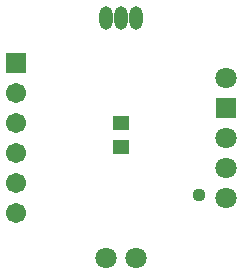
<source format=gbs>
G04 Layer_Color=16711935*
%FSLAX24Y24*%
%MOIN*%
G70*
G01*
G75*
%ADD23C,0.0710*%
%ADD24R,0.0710X0.0710*%
%ADD25O,0.0440X0.0780*%
%ADD26C,0.0671*%
%ADD27R,0.0671X0.0671*%
%ADD28C,0.0440*%
%ADD29R,0.0580X0.0480*%
G54D23*
X7500Y6500D02*
D03*
Y4500D02*
D03*
Y3500D02*
D03*
Y2500D02*
D03*
X4500Y500D02*
D03*
X3500D02*
D03*
G54D24*
X7500Y5500D02*
D03*
G54D25*
X3500Y8500D02*
D03*
X4500D02*
D03*
X4000D02*
D03*
G54D26*
X500Y2000D02*
D03*
Y3000D02*
D03*
Y4000D02*
D03*
Y5000D02*
D03*
Y6000D02*
D03*
G54D27*
Y7000D02*
D03*
G54D28*
X6606Y2606D02*
D03*
G54D29*
X4000Y5000D02*
D03*
Y4200D02*
D03*
M02*

</source>
